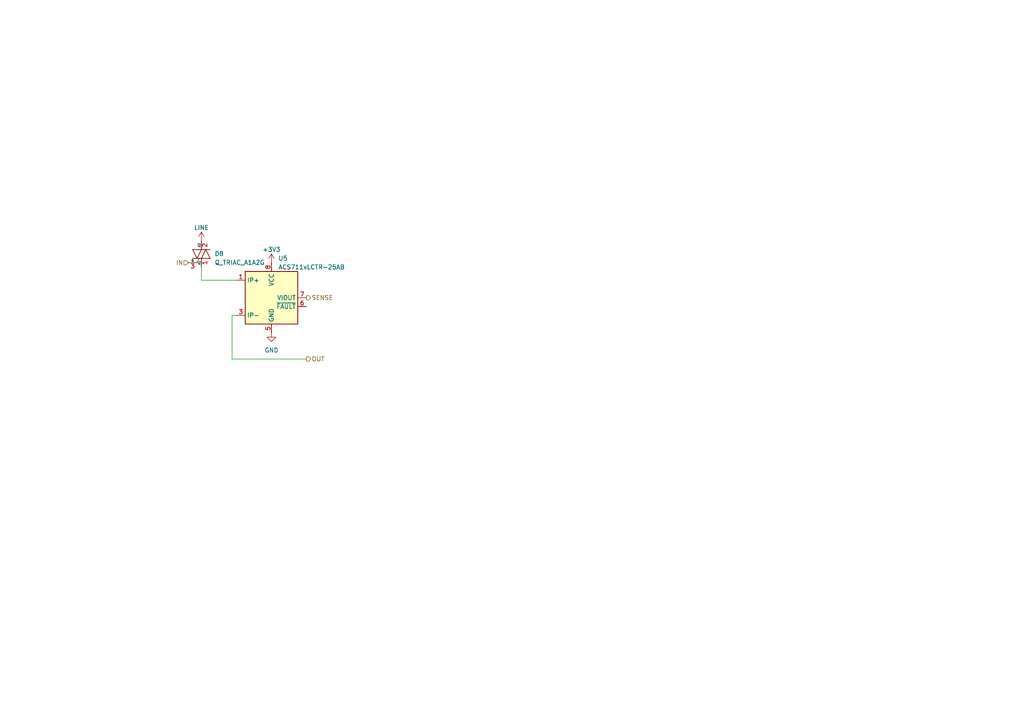
<source format=kicad_sch>
(kicad_sch (version 20230121) (generator eeschema)
  (paper "A4")
  (lib_symbols
    (symbol "Device:Q_TRIAC_A1A2G" (pin_names (offset 0))
      (property "Reference" "D" (at 3.175 0.635 0))
      (property "Value" "Q_TRIAC_A1A2G" (at 3.175 -1.27 0))
      (symbol "Q_TRIAC_A1A2G_0_1"
        (polyline (pts (xy -2.54 -1.27) (xy 2.54 -1.27)) (stroke (width 0.2032)))
        (polyline (pts (xy -2.54 1.27) (xy 2.54 1.27)) (stroke (width 0.2032)))
        (polyline (pts (xy -1.27 -2.54) (xy -0.635 -1.27)))
        (polyline (pts (xy -2.54 1.27) (xy -1.27 -1.27) (xy 0 1.27)) (stroke (width 0.2032)))
        (polyline (pts (xy 0 -1.27) (xy 1.27 1.27) (xy 2.54 -1.27)) (stroke (width 0.2032)))
      )
      (symbol "Q_TRIAC_A1A2G_1_1"
        (pin passive line (at 0 -3.81 90) (length 2.54) (name "A1") (number "1"))
        (pin passive line (at 0 3.81 270) (length 2.54) (name "A2") (number "2"))
        (pin input line (at -3.81 -2.54 0) (length 2.54) (name "G") (number "3"))
      )
    )
    (symbol "Sensor_Current:ACS711xLCTR-25AB"
      (property "Reference" "U" (at 8.89 6.35 0))
      (property "Value" "ACS711xLCTR-25AB" (at 8.89 3.81 0))
      (symbol "ACS711xLCTR-25AB_0_1"
        (rectangle (start -7.62 7.62) (end 7.62 -7.62) (stroke (width 0.254)) (fill (type background)))
      )
      (symbol "ACS711xLCTR-25AB_1_1"
        (pin passive line (at -10.16 5.08 0) (length 2.54) (name "IP+") (number "1"))
        (pin passive line (at -10.16 5.08 0) (length 2.54) hide (name "IP+") (number "2"))
        (pin passive line (at -10.16 -5.08 0) (length 2.54) (name "IP-") (number "3"))
        (pin passive line (at -10.16 -5.08 0) (length 2.54) hide (name "IP-") (number "4"))
        (pin power_in line (at 0 -10.16 90) (length 2.54) (name "GND") (number "5"))
        (pin output line (at 10.16 -2.54 180) (length 2.54) (name "~{FAULT}") (number "6"))
        (pin output line (at 10.16 0 180) (length 2.54) (name "VIOUT") (number "7"))
        (pin power_in line (at 0 10.16 270) (length 2.54) (name "VCC") (number "8"))
      )
    )
    (symbol "power:+3V3" (power) (pin_names (offset 0))
      (property "Value" "+3V3" (at 0 3.556 0))
      (symbol "+3V3_0_1"
        (polyline (pts (xy -0.762 1.27) (xy 0 2.54)))
        (polyline (pts (xy 0 0) (xy 0 2.54)))
        (polyline (pts (xy 0 2.54) (xy 0.762 1.27)))
      )
      (symbol "+3V3_1_1"
        (pin power_in line (at 0 0 90) (length 0) hide (name "+3V3") (number "1"))
      )
    )
    (symbol "power:GND" (power) (pin_names (offset 0))
      (property "Value" "GND" (at 0 -3.81 0))
      (symbol "GND_0_1"
        (polyline (pts (xy 0 0) (xy 0 -1.27) (xy 1.27 -1.27) (xy 0 -2.54) (xy -1.27 -1.27) (xy 0 -1.27)))
      )
      (symbol "GND_1_1"
        (pin power_in line (at 0 0 270) (length 0) hide (name "GND") (number "1"))
      )
    )
    (symbol "power:LINE" (power) (pin_names (offset 0))
      (property "Value" "LINE" (at 0 3.81 0))
      (symbol "LINE_0_1"
        (polyline (pts (xy -0.762 1.27) (xy 0 2.54)))
        (polyline (pts (xy 0 0) (xy 0 2.54)))
        (polyline (pts (xy 0 2.54) (xy 0.762 1.27)))
      )
      (symbol "LINE_1_1"
        (pin power_in line (at 0 0 90) (length 0) hide (name "LINE") (number "1"))
      )
    )
  )
  (wire (pts (xy 58.42 81.28) (xy 58.42 77.47)))
  (wire (pts (xy 68.58 81.28) (xy 58.42 81.28)))
  (wire (pts (xy 88.9 104.14) (xy 67.31 104.14)))
  (wire (pts (xy 67.31 104.14) (xy 67.31 91.44)))
  (wire (pts (xy 67.31 91.44) (xy 68.58 91.44)))
  (hierarchical_label "SENSE" (shape output) (at 88.9 86.36 0))
  (hierarchical_label "IN" (shape input) (at 54.61 76.2 180))
  (hierarchical_label "OUT" (shape output) (at 88.9 104.14 0))
  (symbol (lib_id "Sensor_Current:ACS711xLCTR-25AB") (at 78.74 86.36 0) (unit 1)
    (property "Reference" "U5" (at 80.6959 74.93 0) (effects (justify left)))
    (property "Value" "ACS711xLCTR-25AB" (at 80.6959 77.47 0) (effects (justify left)))
    (property "Footprint" "Package_SO:SOIC-8_3.9x4.9mm_P1.27mm" (effects hide))
    (property "Datasheet" "http://www.allegromicro.com/~/Media/Files/Datasheets/ACS711-Datasheet.ashx" (effects hide))
    (instances (project "HomeController" (path "" (reference "U5") (unit 1)) (path "" (reference "U6") (unit 1)) (path "" (reference "U7") (unit 1)) (path "" (reference "U8") (unit 1)) (path "" (reference "U9") (unit 1)) (path "" (reference "U10") (unit 1)) (path "" (reference "U11") (unit 1)) (path "" (reference "U12") (unit 1)) (path "" (reference "U13") (unit 1)) (path "" (reference "U22") (unit 1)) (path "" (reference "U18") (unit 1)) (path "" (reference "U20") (unit 1)) (path "" (reference "U19") (unit 1)) (path "" (reference "U21") (unit 1)) (path "" (reference "U16") (unit 1)) (path "" (reference "U15") (unit 1))))
  )
  (symbol (lib_id "power:LINE") (at 58.42 69.85 0) (unit 1)
    (property "Reference" "#PWR040" (effects hide))
    (property "Value" "LINE" (at 58.42 66.04 0))
    (instances (project "HomeController" (path "" (reference "#PWR040") (unit 1)) (path "" (reference "#PWR043") (unit 1)) (path "" (reference "#PWR046") (unit 1)) (path "" (reference "#PWR049") (unit 1)) (path "" (reference "#PWR052") (unit 1)) (path "" (reference "#PWR055") (unit 1)) (path "" (reference "#PWR058") (unit 1)) (path "" (reference "#PWR061") (unit 1)) (path "" (reference "#PWR064") (unit 1)) (path "" (reference "#PWR091") (unit 1)) (path "" (reference "#PWR079") (unit 1)) (path "" (reference "#PWR085") (unit 1)) (path "" (reference "#PWR082") (unit 1)) (path "" (reference "#PWR088") (unit 1)) (path "" (reference "#PWR073") (unit 1)) (path "" (reference "#PWR070") (unit 1))))
  )
  (symbol (lib_id "power:GND") (at 78.74 96.52 0) (unit 1)
    (property "Reference" "#PWR042" (effects hide))
    (property "Value" "GND" (at 78.74 101.6 0))
    (instances (project "HomeController" (path "" (reference "#PWR042") (unit 1)) (path "" (reference "#PWR045") (unit 1)) (path "" (reference "#PWR048") (unit 1)) (path "" (reference "#PWR051") (unit 1)) (path "" (reference "#PWR054") (unit 1)) (path "" (reference "#PWR057") (unit 1)) (path "" (reference "#PWR060") (unit 1)) (path "" (reference "#PWR063") (unit 1)) (path "" (reference "#PWR066") (unit 1)) (path "" (reference "#PWR093") (unit 1)) (path "" (reference "#PWR081") (unit 1)) (path "" (reference "#PWR087") (unit 1)) (path "" (reference "#PWR084") (unit 1)) (path "" (reference "#PWR090") (unit 1)) (path "" (reference "#PWR075") (unit 1)) (path "" (reference "#PWR072") (unit 1))))
  )
  (symbol (lib_id "Device:Q_TRIAC_A1A2G") (at 58.42 73.66 0) (unit 1)
    (property "Reference" "D8" (at 62.23 73.6092 0) (effects (justify left)))
    (property "Value" "Q_TRIAC_A1A2G" (at 62.23 76.1492 0) (effects (justify left)))
    (property "Footprint" "Package_TO_SOT_SMD:TO-252-3_TabPin2" (effects hide))
    (instances (project "HomeController" (path "" (reference "D8") (unit 1)) (path "" (reference "D9") (unit 1)) (path "" (reference "D10") (unit 1)) (path "" (reference "D11") (unit 1)) (path "" (reference "D12") (unit 1)) (path "" (reference "D13") (unit 1)) (path "" (reference "D14") (unit 1)) (path "" (reference "D15") (unit 1)) (path "" (reference "D16") (unit 1)) (path "" (reference "D25") (unit 1)) (path "" (reference "D21") (unit 1)) (path "" (reference "D23") (unit 1)) (path "" (reference "D22") (unit 1)) (path "" (reference "D24") (unit 1)) (path "" (reference "D19") (unit 1)) (path "" (reference "D18") (unit 1))))
  )
  (symbol (lib_id "power:+3V3") (at 78.74 76.2 0) (unit 1)
    (property "Reference" "#PWR041" (effects hide))
    (property "Value" "+3V3" (at 78.74 72.39 0))
    (instances (project "HomeController" (path "" (reference "#PWR041") (unit 1)) (path "" (reference "#PWR044") (unit 1)) (path "" (reference "#PWR047") (unit 1)) (path "" (reference "#PWR050") (unit 1)) (path "" (reference "#PWR053") (unit 1)) (path "" (reference "#PWR056") (unit 1)) (path "" (reference "#PWR059") (unit 1)) (path "" (reference "#PWR062") (unit 1)) (path "" (reference "#PWR065") (unit 1)) (path "" (reference "#PWR092") (unit 1)) (path "" (reference "#PWR080") (unit 1)) (path "" (reference "#PWR086") (unit 1)) (path "" (reference "#PWR083") (unit 1)) (path "" (reference "#PWR089") (unit 1)) (path "" (reference "#PWR074") (unit 1)) (path "" (reference "#PWR071") (unit 1))))
  )
)
</source>
